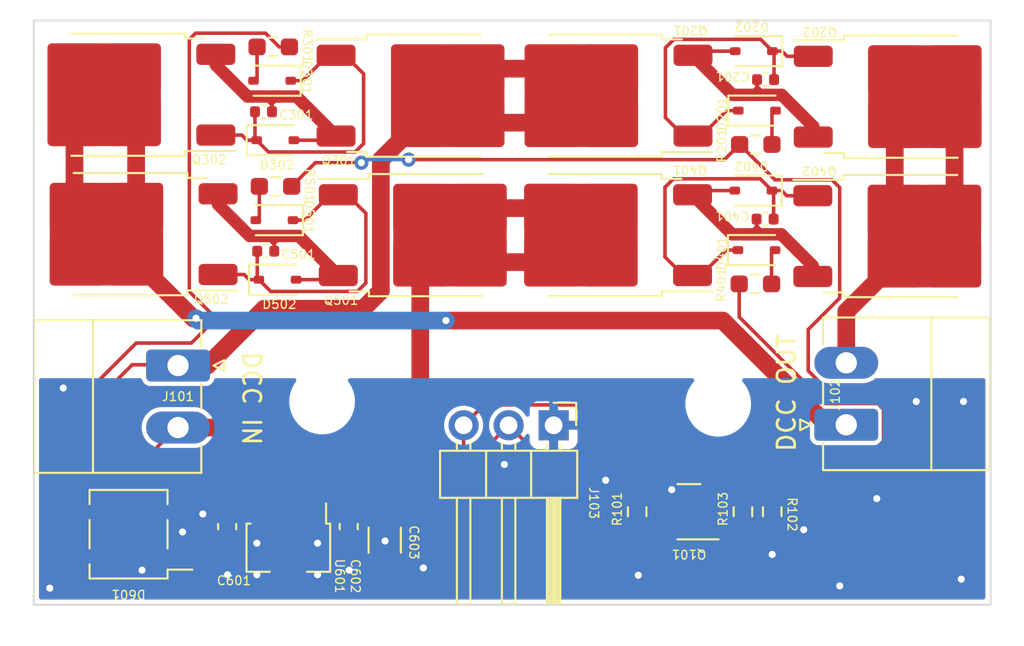
<source format=kicad_pcb>
(kicad_pcb (version 20221018) (generator pcbnew)
  (layers (0 "F.Cu" signal) (31 "B.Cu" signal) (34 "B.Paste" user) (35 "F.Paste" user) (36 "B.SilkS" user "B.Silkscreen") (37 "F.SilkS" user "F.Silkscreen") (38 "B.Mask" user) (39 "F.Mask" user) (44 "Edge.Cuts" user))
  (net 0 "")
  (net 1 "VCC")
  (net 2 "GND")
  (net 3 "+12V")
  (net 4 "Net-(D202-A)")
  (net 5 "Net-(D201-K)")
  (net 6 "Net-(D302-A)")
  (net 7 "Net-(D301-K)")
  (net 8 "Net-(D402-A)")
  (net 9 "Net-(D401-K)")
  (net 10 "Net-(D502-A)")
  (net 11 "Net-(D501-K)")
  (net 12 "/DCC_IN_A")
  (net 13 "/DCC_IN_B")
  (net 14 "Net-(Q101-B)")
  (net 15 "/Mosfets2/GATE")
  (net 16 "/DCC_OUT_B")
  (net 17 "Net-(D201-A)")
  (net 18 "Net-(D301-A)")
  (net 19 "Net-(D401-A)")
  (net 20 "Net-(D501-A)")
  (net 21 "/DCC_OUT_A")
  (net 22 "/Vo")
  (footprint "Capacitor_SMD:C_0402_1005Metric" (layer "F.Cu") (at 113.797 86.343)
    (fp_text reference "C201" (at -1.85 -0.179999 180 unlocked) (layer "F.SilkS") (effects (font (size 0.5 0.5) (thickness 0.075))))
    (fp_text value "100nF")
    (pad "1" smd roundrect (at -0.48 0) (size 0.56 0.62) (layers "F.Cu" "F.Paste" "F.Mask") (net 4 "Net-(D202-A)"))
    (pad "2" smd roundrect (at 0.48 0) (size 0.56 0.62) (layers "F.Cu" "F.Paste" "F.Mask") (net 5 "Net-(D201-K)"))
  )
  (footprint "Package_TO_SOT_SMD:SOT-23" (layer "F.Cu") (at 109.474 110.744 180)
    (fp_text reference "Q101" (at 0 -2.4 180 unlocked) (layer "F.SilkS") (effects (font (size 0.5 0.5) (thickness 0.075))))
    (fp_text value "NPN_TOR")
    (pad "1" smd roundrect (at -0.9375 -0.95 180) (size 1.475 0.6) (layers "F.Cu" "F.Paste" "F.Mask") (net 14 "Net-(Q101-B)"))
    (pad "2" smd roundrect (at -0.9375 0.95 180) (size 1.475 0.6) (layers "F.Cu" "F.Paste" "F.Mask") (net 2 "GND"))
    (pad "3" smd roundrect (at 0.9375 0 180) (size 1.475 0.6) (layers "F.Cu" "F.Paste" "F.Mask") (net 15 "/Mosfets2/GATE"))
  )
  (footprint "Package_TO_SOT_SMD:TO-252-2" (layer "F.Cu") (at 77.736 87.193001 180)
    (fp_text reference "Q302" (at -4.66 -3.669999 unlocked) (layer "F.SilkS") (effects (font (size 0.5 0.5) (thickness 0.075))))
    (fp_text value "MDD50N03D")
    (pad "1" smd roundrect (at -5.04 -2.28 180) (size 2.2 1.2) (layers "F.Cu" "F.Paste" "F.Mask") (roundrect_rratio 0.2083333333) (net 7 "Net-(D301-K)"))
    (pad "2" smd roundrect (at -0.415 -1.525 180) (size 3.05 2.75) (layers "F.Cu" "F.Paste") (roundrect_rratio 0.09090909091) (net 21 "/DCC_OUT_A"))
    (pad "2" smd roundrect (at -0.415 1.525 180) (size 3.05 2.75) (layers "F.Cu" "F.Paste") (roundrect_rratio 0.09090909091) (net 21 "/DCC_OUT_A"))
    (pad "2" smd roundrect (at 1.26 0 180) (size 6.4 5.8) (layers "F.Cu" "F.Mask") (roundrect_rratio 0.04310293103) (net 21 "/DCC_OUT_A"))
    (pad "2" smd roundrect (at 2.935 -1.525 180) (size 3.05 2.75) (layers "F.Cu" "F.Paste") (roundrect_rratio 0.09090909091) (net 21 "/DCC_OUT_A"))
    (pad "2" smd roundrect (at 2.935 1.525 180) (size 3.05 2.75) (layers "F.Cu" "F.Paste") (roundrect_rratio 0.09090909091) (net 21 "/DCC_OUT_A"))
    (pad "3" smd roundrect (at -5.04 2.28 180) (size 2.2 1.2) (layers "F.Cu" "F.Paste" "F.Mask") (roundrect_rratio 0.2083333333) (net 6 "Net-(D302-A)"))
  )
  (footprint "Diode_SMD:D_SOD-323" (layer "F.Cu") (at 86.2555 97.639)
    (fp_text reference "D502" (at 0.1075 1.39 unlocked) (layer "F.SilkS") (effects (font (size 0.5 0.5) (thickness 0.075))))
    (fp_text value "1N4148WS")
    (pad "1" smd roundrect (at -1.05 0) (size 0.6 0.45) (layers "F.Cu" "F.Paste" "F.Mask") (net 11 "Net-(D501-K)"))
    (pad "2" smd roundrect (at 1.05 0) (size 0.6 0.45) (layers "F.Cu" "F.Paste" "F.Mask") (net 10 "Net-(D502-A)"))
  )
  (footprint "Package_TO_SOT_SMD:TO-269AA" (layer "F.Cu") (at 77.851 112.014 180)
    (fp_text reference "D601" (at 0 -3.4 180 unlocked) (layer "F.SilkS") (effects (font (size 0.5 0.5) (thickness 0.075))))
    (fp_text value "MB10S")
    (pad "1" smd rect (at -3.075 -1.27 180) (size 1 0.8) (layers "F.Cu" "F.Paste" "F.Mask") (net 1 "VCC"))
    (pad "2" smd rect (at -3.075 1.27 180) (size 1 0.8) (layers "F.Cu" "F.Paste" "F.Mask") (net 2 "GND"))
    (pad "3" smd rect (at 3.075 1.27 180) (size 1 0.8) (layers "F.Cu" "F.Paste" "F.Mask") (net 12 "/DCC_IN_A"))
    (pad "4" smd rect (at 3.075 -1.27 180) (size 1 0.8) (layers "F.Cu" "F.Paste" "F.Mask") (net 13 "/DCC_IN_B"))
  )
  (footprint "Connector_Phoenix_MC:PhoenixContact_MC_1,5_2-G-3.5_1x02_P3.50mm_Horizontal" (layer "F.Cu") (at 118.3525 105.835 90)
    (fp_text reference "J102" (at 1.695 -0.6235 90 unlocked) (layer "F.SilkS") (effects (font (size 0.5 0.5) (thickness 0.075))))
    (fp_text value "Screw_Terminal_01x02")
    (pad "1" thru_hole roundrect (at 0 0 90) (size 1.8 3.6) (drill 1.2) (layers "*.Cu" "*.Mask") (roundrect_rratio 0.1388888889) (net 21 "/DCC_OUT_A"))
    (pad "2" thru_hole oval (at 3.5 0 90) (size 1.8 3.6) (drill 1.2) (layers "*.Cu" "*.Mask") (net 16 "/DCC_OUT_B"))
  )
  (footprint "Capacitor_SMD:C_1206_3216Metric_Pad1.33x1.80mm_HandSolder" (layer "F.Cu") (at 92.306 112.349 -90)
    (fp_text reference "C603" (at 0.127 -1.651 -90 unlocked) (layer "F.SilkS") (effects (font (size 0.5 0.5) (thickness 0.075))))
    (fp_text value "100uF")
    (pad "1" smd roundrect (at -1.5625 0 270) (size 1.325 1.8) (layers "F.Cu" "F.Paste" "F.Mask") (roundrect_rratio 0.1886792453) (net 3 "+12V"))
    (pad "2" smd roundrect (at 1.5625 0 270) (size 1.325 1.8) (layers "F.Cu" "F.Paste" "F.Mask") (roundrect_rratio 0.1886792453) (net 2 "GND"))
  )
  (footprint "Diode_SMD:D_SOD-323" (layer "F.Cu") (at 113.1105 92.608 180)
    (fp_text reference "D402" (at 0.107499 1.39 180 unlocked) (layer "F.SilkS") (effects (font (size 0.5 0.5) (thickness 0.075))))
    (fp_text value "1N4148WS")
    (pad "1" smd roundrect (at -1.05 0 180) (size 0.6 0.45) (layers "F.Cu" "F.Paste" "F.Mask") (net 9 "Net-(D401-K)"))
    (pad "2" smd roundrect (at 1.05 0 180) (size 0.6 0.45) (layers "F.Cu" "F.Paste" "F.Mask") (net 8 "Net-(D402-A)"))
  )
  (footprint "Diode_SMD:D_SOD-323" (layer "F.Cu") (at 113.3095 88.092999)
    (fp_text reference "D201" (at -1.9625 0.18 90 unlocked) (layer "F.SilkS") (effects (font (size 0.5 0.5) (thickness 0.075))))
    (fp_text value "1N4148WS")
    (pad "1" smd roundrect (at -1.05 0) (size 0.6 0.45) (layers "F.Cu" "F.Paste" "F.Mask") (net 5 "Net-(D201-K)"))
    (pad "2" smd roundrect (at 1.05 0) (size 0.6 0.45) (layers "F.Cu" "F.Paste" "F.Mask") (net 17 "Net-(D201-A)"))
  )
  (footprint "Capacitor_SMD:C_0402_1005Metric" (layer "F.Cu") (at 85.593 96.029 180)
    (fp_text reference "C501" (at -1.85 -0.18 unlocked) (layer "F.SilkS") (effects (font (size 0.5 0.5) (thickness 0.075))))
    (fp_text value "100nF")
    (pad "1" smd roundrect (at -0.48 0 180) (size 0.56 0.62) (layers "F.Cu" "F.Paste" "F.Mask") (net 10 "Net-(D502-A)"))
    (pad "2" smd roundrect (at 0.48 0 180) (size 0.56 0.62) (layers "F.Cu" "F.Paste" "F.Mask") (net 11 "Net-(D501-K)"))
  )
  (footprint "MountingHole:MountingHole_3.2mm_M3" (layer "F.Cu") (at 111.125 104.648)
    (fp_text reference "REF**" hide)
    (fp_text value "MountingHole_3.2mm_M3")
    (pad "" np_thru_hole circle (at 0 0) (size 3.2 3.2) (drill 3.2) (layers "F&B.Cu" "*.Mask"))
  )
  (footprint "Package_TO_SOT_SMD:TO-252-2" (layer "F.Cu") (at 104.638 95.123 180)
    (fp_text reference "Q401" (at -4.885 3.674999 180 unlocked) (layer "F.SilkS") (effects (font (size 0.5 0.5) (thickness 0.075))))
    (fp_text value "MDD50N03D")
    (pad "1" smd roundrect (at -5.04 -2.28 180) (size 2.2 1.2) (layers "F.Cu" "F.Paste" "F.Mask") (roundrect_rratio 0.2083333333) (net 9 "Net-(D401-K)"))
    (pad "2" smd roundrect (at -0.415 -1.525 180) (size 3.05 2.75) (layers "F.Cu" "F.Paste") (roundrect_rratio 0.09090909091) (net 12 "/DCC_IN_A"))
    (pad "2" smd roundrect (at -0.415 1.525 180) (size 3.05 2.75) (layers "F.Cu" "F.Paste") (roundrect_rratio 0.09090909091) (net 12 "/DCC_IN_A"))
    (pad "2" smd roundrect (at 1.26 0 180) (size 6.4 5.8) (layers "F.Cu" "F.Mask") (roundrect_rratio 0.04310293103) (net 12 "/DCC_IN_A"))
    (pad "2" smd roundrect (at 2.935 -1.525 180) (size 3.05 2.75) (layers "F.Cu" "F.Paste") (roundrect_rratio 0.09090909091) (net 12 "/DCC_IN_A"))
    (pad "2" smd roundrect (at 2.935 1.525 180) (size 3.05 2.75) (layers "F.Cu" "F.Paste") (roundrect_rratio 0.09090909091) (net 12 "/DCC_IN_A"))
    (pad "3" smd roundrect (at -5.04 2.28 180) (size 2.2 1.2) (layers "F.Cu" "F.Paste" "F.Mask") (roundrect_rratio 0.2083333333) (net 8 "Net-(D402-A)"))
  )
  (footprint "custom_kicad_lib_sk:R_0603_smalltext" (layer "F.Cu") (at 114.173 110.744 -90)
    (fp_text reference "R102" (at 0.15 -1.125 -90 unlocked) (layer "F.SilkS") (effects (font (size 0.5 0.5) (thickness 0.075))))
    (fp_text value "22k")
    (pad "1" smd roundrect (at -0.9125 0 270) (size 0.975 0.95) (layers "F.Cu" "F.Paste" "F.Mask") (net 22 "/Vo"))
    (pad "2" smd roundrect (at 0.9125 0 270) (size 0.975 0.95) (layers "F.Cu" "F.Paste" "F.Mask") (net 2 "GND"))
  )
  (footprint "Package_TO_SOT_SMD:TO-252-2" (layer "F.Cu") (at 121.503 95.177999)
    (fp_text reference "Q402" (at -4.66 -3.669999 180 unlocked) (layer "F.SilkS") (effects (font (size 0.5 0.5) (thickness 0.075))))
    (fp_text value "MDD50N03D")
    (pad "1" smd roundrect (at -5.04 -2.28) (size 2.2 1.2) (layers "F.Cu" "F.Paste" "F.Mask") (roundrect_rratio 0.2083333333) (net 9 "Net-(D401-K)"))
    (pad "2" smd roundrect (at -0.415 -1.525) (size 3.05 2.75) (layers "F.Cu" "F.Paste") (roundrect_rratio 0.09090909091) (net 16 "/DCC_OUT_B"))
    (pad "2" smd roundrect (at -0.415 1.525) (size 3.05 2.75) (layers "F.Cu" "F.Paste") (roundrect_rratio 0.09090909091) (net 16 "/DCC_OUT_B"))
    (pad "2" smd roundrect (at 1.26 0) (size 6.4 5.8) (layers "F.Cu" "F.Mask") (roundrect_rratio 0.04310293103) (net 16 "/DCC_OUT_B"))
    (pad "2" smd roundrect (at 2.935 -1.525) (size 3.05 2.75) (layers "F.Cu" "F.Paste") (roundrect_rratio 0.09090909091) (net 16 "/DCC_OUT_B"))
    (pad "2" smd roundrect (at 2.935 1.525) (size 3.05 2.75) (layers "F.Cu" "F.Paste") (roundrect_rratio 0.09090909091) (net 16 "/DCC_OUT_B"))
    (pad "3" smd roundrect (at -5.04 2.28) (size 2.2 1.2) (layers "F.Cu" "F.Paste" "F.Mask") (roundrect_rratio 0.2083333333) (net 8 "Net-(D402-A)"))
  )
  (footprint "Diode_SMD:D_SOD-323" (layer "F.Cu") (at 113.1345 84.733 180)
    (fp_text reference "D202" (at 0.107499 1.39 180 unlocked) (layer "F.SilkS") (effects (font (size 0.5 0.5) (thickness 0.075))))
    (fp_text value "1N4148WS")
    (pad "1" smd roundrect (at -1.05 0 180) (size 0.6 0.45) (layers "F.Cu" "F.Paste" "F.Mask") (net 5 "Net-(D201-K)"))
    (pad "2" smd roundrect (at 1.05 0 180) (size 0.6 0.45) (layers "F.Cu" "F.Paste" "F.Mask") (net 4 "Net-(D202-A)"))
  )
  (footprint "Package_TO_SOT_SMD:SOT-89-3" (layer "F.Cu") (at 86.868 112.776 -90)
    (fp_text reference "U601" (at 1.605 -2.898 -90 unlocked) (layer "F.SilkS") (effects (font (size 0.5 0.5) (thickness 0.075))))
    (fp_text value "L78L12_SOT89")
    (pad "1" smd rect (at -1.95 -1.5 270) (size 1.3 0.9) (layers "F.Cu" "F.Paste" "F.Mask") (net 3 "+12V"))
    (pad "2" smd custom (at -1.8625 0 270) (size 1.475 0.9) (layers "F.Cu" "F.Paste" "F.Mask") (net 2 "GND") (options (clearance outline) (anchor rect)) (primitives (gr_poly (pts (xy 3.8625 0.8665) (xy 0.7375 0.8665) (xy 0.7375 -0.8665) (xy 3.8625 -0.8665)) (width 0) (fill yes))))
    (pad "3" smd rect (at -1.95 1.5 270) (size 1.3 0.9) (layers "F.Cu" "F.Paste" "F.Mask") (net 1 "VCC"))
  )
  (footprint "Package_TO_SOT_SMD:TO-252-2" (layer "F.Cu") (at 94.728 95.124)
    (fp_text reference "Q501" (at -4.885 3.675 unlocked) (layer "F.SilkS") (effects (font (size 0.5 0.5) (thickness 0.075))))
    (fp_text value "MDD50N03D")
    (pad "1" smd roundrect (at -5.04 -2.28) (size 2.2 1.2) (layers "F.Cu" "F.Paste" "F.Mask") (roundrect_rratio 0.2083333333) (net 11 "Net-(D501-K)"))
    (pad "2" smd roundrect (at -0.415 -1.525) (size 3.05 2.75) (layers "F.Cu" "F.Paste") (roundrect_rratio 0.09090909091) (net 12 "/DCC_IN_A"))
    (pad "2" smd roundrect (at -0.415 1.525) (size 3.05 2.75) (layers "F.Cu" "F.Paste") (roundrect_rratio 0.09090909091) (net 12 "/DCC_IN_A"))
    (pad "2" smd roundrect (at 1.26 0) (size 6.4 5.8) (layers "F.Cu" "F.Mask") (roundrect_rratio 0.04310293103) (net 12 "/DCC_IN_A"))
    (pad "2" smd roundrect (at 2.935 -1.525) (size 3.05 2.75) (layers "F.Cu" "F.Paste") (roundrect_rratio 0.09090909091) (net 12 "/DCC_IN_A"))
    (pad "2" smd roundrect (at 2.935 1.525) (size 3.05 2.75) (layers "F.Cu" "F.Paste") (roundrect_rratio 0.09090909091) (net 12 "/DCC_IN_A"))
    (pad "3" smd roundrect (at -5.04 2.28) (size 2.2 1.2) (layers "F.Cu" "F.Paste" "F.Mask") (roundrect_rratio 0.2083333333) (net 10 "Net-(D502-A)"))
  )
  (footprint "Connector_PinHeader_2.54mm:PinHeader_1x03_P2.54mm_Horizontal" (layer "F.Cu") (at 101.839 105.861 -90)
    (fp_text reference "J103" (at 4.385 -2.27 -90 unlocked) (layer "F.SilkS") (effects (font (size 0.5 0.5) (thickness 0.075))))
    (fp_text value "Conn_01x03_Pin")
    (pad "1" thru_hole rect (at 0 0 270) (size 1.7 1.7) (drill 1) (layers "*.Cu" "*.Mask") (net 2 "GND"))
    (pad "2" thru_hole oval (at 0 2.54 270) (size 1.7 1.7) (drill 1) (layers "*.Cu" "*.Mask") (net 3 "+12V"))
    (pad "3" thru_hole oval (at 0 5.08 270) (size 1.7 1.7) (drill 1) (layers "*.Cu" "*.Mask") (net 22 "/Vo"))
  )
  (footprint "custom_kicad_lib_sk:R_0603_smalltext" (layer "F.Cu") (at 113.223 97.877999)
    (fp_text reference "R401" (at -1.92 0.05 90 unlocked) (layer "F.SilkS") (effects (font (size 0.5 0.5) (thickness 0.075))))
    (fp_text value "100R")
    (pad "1" smd roundrect (at -0.9125 0) (size 0.975 0.95) (layers "F.Cu" "F.Paste" "F.Mask") (net 22 "/Vo"))
    (pad "2" smd roundrect (at 0.9125 0) (size 0.975 0.95) (layers "F.Cu" "F.Paste" "F.Mask") (net 19 "Net-(D401-A)"))
  )
  (footprint "Connector_Phoenix_MC:PhoenixContact_MC_1,5_2-G-3.5_1x02_P3.50mm_Horizontal" (layer "F.Cu") (at 80.645 102.489 -90)
    (fp_text reference "J101" (at 1.75 0 unlocked) (layer "F.SilkS") (effects (font (size 0.5 0.5) (thickness 0.075))))
    (fp_text value "Screw_Terminal_01x02")
    (pad "1" thru_hole roundrect (at 0 0 270) (size 1.8 3.6) (drill 1.2) (layers "*.Cu" "*.Mask") (roundrect_rratio 0.1388888889) (net 13 "/DCC_IN_B"))
    (pad "2" thru_hole oval (at 3.5 0 270) (size 1.8 3.6) (drill 1.2) (layers "*.Cu" "*.Mask") (net 12 "/DCC_IN_A"))
  )
  (footprint "Package_TO_SOT_SMD:TO-252-2" (layer "F.Cu") (at 104.662 87.248 180)
    (fp_text reference "Q201" (at -4.885 3.674999 180 unlocked) (layer "F.SilkS") (effects (font (size 0.5 0.5) (thickness 0.075))))
    (fp_text value "MDD50N03D")
    (pad "1" smd roundrect (at -5.04 -2.28 180) (size 2.2 1.2) (layers "F.Cu" "F.Paste" "F.Mask") (roundrect_rratio 0.2083333333) (net 5 "Net-(D201-K)"))
    (pad "2" smd roundrect (at -0.415 -1.525 180) (size 3.05 2.75) (layers "F.Cu" "F.Paste") (roundrect_rratio 0.09090909091) (net 13 "/DCC_IN_B"))
    (pad "2" smd roundrect (at -0.415 1.525 180) (size 3.05 2.75) (layers "F.Cu" "F.Paste") (roundrect_rratio 0.09090909091) (net 13 "/DCC_IN_B"))
    (pad "2" smd roundrect (at 1.26 0 180) (size 6.4 5.8) (layers "F.Cu" "F.Mask") (roundrect_rratio 0.04310293103) (net 13 "/DCC_IN_B"))
    (pad "2" smd roundrect (at 2.935 -1.525 180) (size 3.05 2.75) (layers "F.Cu" "F.Paste") (roundrect_rratio 0.09090909091) (net 13 "/DCC_IN_B"))
    (pad "2" smd roundrect (at 2.935 1.525 180) (size 3.05 2.75) (layers "F.Cu" "F.Paste") (roundrect_rratio 0.09090909091) (net 13 "/DCC_IN_B"))
    (pad "3" smd roundrect (at -5.04 2.28 180) (size 2.2 1.2) (layers "F.Cu" "F.Paste" "F.Mask") (roundrect_rratio 0.2083333333) (net 4 "Net-(D202-A)"))
  )
  (footprint "Diode_SMD:D_SOD-323" (layer "F.Cu") (at 85.9535 86.403001 180)
    (fp_text reference "D301" (at -1.9625 0.18 270 unlocked) (layer "F.SilkS") (effects (font (size 0.5 0.5) (thickness 0.075))))
    (fp_text value "1N4148WS")
    (pad "1" smd roundrect (at -1.05 0 180) (size 0.6 0.45) (layers "F.Cu" "F.Paste" "F.Mask") (net 7 "Net-(D301-K)"))
    (pad "2" smd roundrect (at 1.05 0 180) (size 0.6 0.45) (layers "F.Cu" "F.Paste" "F.Mask") (net 18 "Net-(D301-A)"))
  )
  (footprint "Capacitor_SMD:C_0603_1608Metric_Pad1.08x0.95mm_HandSolder" (layer "F.Cu") (at 90.274 111.587 -90)
    (fp_text reference "C602" (at 2.794 -0.381 -90 unlocked) (layer "F.SilkS") (effects (font (size 0.5 0.5) (thickness 0.075))))
    (fp_text value "100nF")
    (pad "1" smd roundrect (at -0.8625 0 270) (size 1.075 0.95) (layers "F.Cu" "F.Paste" "F.Mask") (net 3 "+12V"))
    (pad "2" smd roundrect (at 0.8625 0 270) (size 1.075 0.95) (layers "F.Cu" "F.Paste" "F.Mask") (net 2 "GND"))
  )
  (footprint "Diode_SMD:D_SOD-323" (layer "F.Cu") (at 86.1285 89.763)
    (fp_text reference "D302" (at 0.107499 1.39 unlocked) (layer "F.SilkS") (effects (font (size 0.5 0.5) (thickness 0.075))))
    (fp_text value "1N4148WS")
    (pad "1" smd roundrect (at -1.05 0) (size 0.6 0.45) (layers "F.Cu" "F.Paste" "F.Mask") (net 7 "Net-(D301-K)"))
    (pad "2" smd roundrect (at 1.05 0) (size 0.6 0.45) (layers "F.Cu" "F.Paste" "F.Mask") (net 6 "Net-(D302-A)"))
  )
  (footprint "custom_kicad_lib_sk:R_0603_smalltext" (layer "F.Cu") (at 106.553 110.744 90)
    (fp_text reference "R101" (at 0.15 -1.125 90 unlocked) (layer "F.SilkS") (effects (font (size 0.5 0.5) (thickness 0.075))))
    (fp_text value "22k")
    (pad "1" smd roundrect (at -0.9125 0 90) (size 0.975 0.95) (layers "F.Cu" "F.Paste" "F.Mask") (net 3 "+12V"))
    (pad "2" smd roundrect (at 0.9125 0 90) (size 0.975 0.95) (layers "F.Cu" "F.Paste" "F.Mask") (net 15 "/Mosfets2/GATE"))
  )
  (footprint "Package_TO_SOT_SMD:TO-252-2" (layer "F.Cu") (at 77.863 95.069 180)
    (fp_text reference "Q502" (at -4.66 -3.67 unlocked) (layer "F.SilkS") (effects (font (size 0.5 0.5) (thickness 0.075))))
    (fp_text value "MDD50N03D")
    (pad "1" smd roundrect (at -5.04 -2.28 180) (size 2.2 1.2) (layers "F.Cu" "F.Paste" "F.Mask") (roundrect_rratio 0.2083333333) (net 11 "Net-(D501-K)"))
    (pad "2" smd roundrect (at -0.415 -1.525 180) (size 3.05 2.75) (layers "F.Cu" "F.Paste") (roundrect_rratio 0.09090909091) (net 21 "/DCC_OUT_A"))
    (pad "2" smd roundrect (at -0.415 1.525 180) (size 3.05 2.75) (layers "F.Cu" "F.Paste") (roundrect_rratio 0.09090909091) (net 21 "/DCC_OUT_A"))
    (pad "2" smd roundrect (at 1.26 0 180) (size 6.4 5.8) (layers "F.Cu" "F.Mask") (roundrect_rratio 0.04310293103) (net 21 "/DCC_OUT_A"))
    (pad "2" smd roundrect (at 2.935 -1.525 180) (size 3.05 2.75) (layers "F.Cu" "F.Paste") (roundrect_rratio 0.09090909091) (net 21 "/DCC_OUT_A"))
    (pad "2" smd roundrect (at 2.935 1.525 180) (size 3.05 2.75) (layers "F.Cu" "F.Paste") (roundrect_rratio 0.09090909091) (net 21 "/DCC_OUT_A"))
    (pad "3" smd roundrect (at -5.04 2.28 180) (size 2.2 1.2) (layers "F.Cu" "F.Paste" "F.Mask") (roundrect_rratio 0.2083333333) (net 10 "Net-(D502-A)"))
  )
  (footprint "Capacitor_SMD:C_0402_1005Metric" (layer "F.Cu") (at 113.773 94.218)
    (fp_text reference "C401" (at -1.85 -0.179999 180 unlocked) (layer "F.SilkS") (effects (font (size 0.5 0.5) (thickness 0.075))))
    (fp_text value "100nF")
    (pad "1" smd roundrect (at -0.48 0) (size 0.56 0.62) (layers "F.Cu" "F.Paste" "F.Mask") (net 8 "Net-(D402-A)"))
    (pad "2" smd roundrect (at 0.48 0) (size 0.56 0.62) (layers "F.Cu" "F.Paste" "F.Mask") (net 9 "Net-(D401-K)"))
  )
  (footprint "custom_kicad_lib_sk:R_0603_smalltext" (layer "F.Cu") (at 86.016 84.493001 180)
    (fp_text reference "R301" (at -1.92 0.05 270 unlocked) (layer "F.SilkS") (effects (font (size 0.5 0.5) (thickness 0.075))))
    (fp_text value "100R")
    (pad "1" smd roundrect (at -0.9125 0 180) (size 0.975 0.95) (layers "F.Cu" "F.Paste" "F.Mask") (net 22 "/Vo"))
    (pad "2" smd roundrect (at 0.9125 0 180) (size 0.975 0.95) (layers "F.Cu" "F.Paste" "F.Mask") (net 18 "Net-(D301-A)"))
  )
  (footprint "custom_kicad_lib_sk:R_0603_smalltext" (layer "F.Cu") (at 113.247 90.002999)
    (fp_text reference "R201" (at -1.92 0.05 90 unlocked) (layer "F.SilkS") (effects (font (size 0.5 0.5) (thickness 0.075))))
    (fp_text value "100R")
    (pad "1" smd roundrect (at -0.9125 0) (size 0.975 0.95) (layers "F.Cu" "F.Paste" "F.Mask") (net 15 "/Mosfets2/GATE"))
    (pad "2" smd roundrect (at 0.9125 0) (size 0.975 0.95) (layers "F.Cu" "F.Paste" "F.Mask") (net 17 "Net-(D201-A)"))
  )
  (footprint "Diode_SMD:D_SOD-323" (layer "F.Cu") (at 113.2855 95.967999)
    (fp_text reference "D401" (at -1.9625 0.18 90 unlocked) (layer "F.SilkS") (effects (font (size 0.5 0.5) (thickness 0.075))))
    (fp_text value "1N4148WS")
    (pad "1" smd roundrect (at -1.05 0) (size 0.6 0.45) (layers "F.Cu" "F.Paste" "F.Mask") (net 9 "Net-(D401-K)"))
    (pad "2" smd roundrect (at 1.05 0) (size 0.6 0.45) (layers "F.Cu" "F.Paste" "F.Mask") (net 19 "Net-(D401-A)"))
  )
  (footprint "Capacitor_SMD:C_0402_1005Metric" (layer "F.Cu") (at 85.466 88.153 180)
    (fp_text reference "C301" (at -1.85 -0.179999 unlocked) (layer "F.SilkS") (effects (font (size 0.5 0.5) (thickness 0.075))))
    (fp_text value "100nF")
    (pad "1" smd roundrect (at -0.48 0 180) (size 0.56 0.62) (layers "F.Cu" "F.Paste" "F.Mask") (net 6 "Net-(D302-A)"))
    (pad "2" smd roundrect (at 0.48 0 180) (size 0.56 0.62) (layers "F.Cu" "F.Paste" "F.Mask") (net 7 "Net-(D301-K)"))
  )
  (footprint "MountingHole:MountingHole_3.2mm_M3" (layer "F.Cu") (at 88.773 104.521)
    (fp_text reference "REF**" hide)
    (fp_text value "MountingHole_3.2mm_M3")
    (pad "" np_thru_hole circle (at 0 0) (size 3.2 3.2) (drill 3.2) (layers "*.Cu" "*.Mask"))
  )
  (footprint "custom_kicad_lib_sk:R_0603_smalltext" (layer "F.Cu") (at 112.522 110.744 90)
    (fp_text reference "R103" (at 0.15 -1.125 90 unlocked) (layer "F.SilkS") (effects (font (size 0.5 0.5) (thickness 0.075))))
    (fp_text value "2k2")
    (pad "1" smd roundrect (at -0.9125 0 90) (size 0.975 0.95) (layers "F.Cu" "F.Paste" "F.Mask") (net 14 "Net-(Q101-B)"))
    (pad "2" smd roundrect (at 0.9125 0 90) (size 0.975 0.95) (layers "F.Cu" "F.Paste" "F.Mask") (net 22 "/Vo"))
  )
  (footprint "Capacitor_SMD:C_0603_1608Metric_Pad1.08x0.95mm_HandSolder" (layer "F.Cu") (at 83.416 111.587 -90)
    (fp_text reference "C601" (at 3.048 -0.381 unlocked) (layer "F.SilkS") (effects (font (size 0.5 0.5) (thickness 0.075))))
    (fp_text value "330nF")
    (pad "1" smd roundrect (at -0.8625 0 270) (size 1.075 0.95) (layers "F.Cu" "F.Paste" "F.Mask") (net 1 "VCC"))
    (pad "2" smd roundrect (at 0.8625 0 270) (size 1.075 0.95) (layers "F.Cu" "F.Paste" "F.Mask") (net 2 "GND"))
  )
  (footprint "Diode_SMD:D_SOD-323" (layer "F.Cu") (at 86.0805 94.279 180)
    (fp_text reference "D501" (at -1.9625 0.18 270 unlocked) (layer "F.SilkS") (effects (font (size 0.5 0.5) (thickness 0.075))))
    (fp_text value "1N4148WS")
    (pad "1" smd roundrect (at -1.05 0 180) (size 0.6 0.45) (layers "F.Cu" "F.Paste" "F.Mask") (net 11 "Net-(D501-K)"))
    (pad "2" smd roundrect (at 1.05 0 180) (size 0.6 0.45) (layers "F.Cu" "F.Paste" "F.Mask") (net 20 "Net-(D501-A)"))
  )
  (footprint "Package_TO_SOT_SMD:TO-252-2" (layer "F.Cu") (at 121.527 87.302999)
    (fp_text reference "Q202" (at -4.66 -3.669999 180 unlocked) (layer "F.SilkS") (effects (font (size 0.5 0.5) (thickness 0.075))))
    (fp_text value "MDD50N03D")
    (pad "1" smd roundrect (at -5.04 -2.28) (size 2.2 1.2) (layers "F.Cu" "F.Paste" "F.Mask") (roundrect_rratio 0.2083333333) (net 5 "Net-(D201-K)"))
    (pad "2" smd roundrect (at -0.415 -1.525) (size 3.05 2.75) (layers "F.Cu" "F.Paste") (roundrect_rratio 0.09090909091) (net 16 "/DCC_OUT_B"))
    (pad "2" smd roundrect (at -0.415 1.525) (size 3.05 2.75) (layers "F.Cu" "F.Paste") (roundrect_rratio 0.09090909091) (net 16 "/DCC_OUT_B"))
    (pad "2" smd roundrect (at 1.26 0) (size 6.4 5.8) (layers "F.Cu" "F.Mask") (roundrect_rratio 0.04310293103) (net 16 "/DCC_OUT_B"))
    (pad "2" smd roundrect (at 2.935 -1.525) (size 3.05 2.75) (layers "F.Cu" "F.Paste") (roundrect_rratio 0.09090909091) (net 16 "/DCC_OUT_B"))
    (pad "2" smd roundrect (at 2.935 1.525) (size 3.05 2.75) (layers "F.Cu" "F.Paste") (roundrect_rratio 0.09090909091) (net 16 "/DCC_OUT_B"))
    (pad "3" smd roundrect (at -5.04 2.28) (size 2.2 1.2) (layers "F.Cu" "F.Paste" "F.Mask") (roundrect_rratio 0.2083333333) (net 4 "Net-(D202-A)"))
  )
  (footprint "Package_TO_SOT_SMD:TO-252-2" (layer "F.Cu") (at 94.601 87.248)
    (fp_text reference "Q301" (at -4.885 3.674999 unlocked) (layer "F.SilkS") (effects (font (size 0.5 0.5) (thickness 0.075))))
    (fp_text value "MDD50N03D")
    (pad "1" smd roundrect (at -5.04 -2.28) (size 2.2 1.2) (layers "F.Cu" "F.Paste" "F.Mask") (roundrect_rratio 0.2083333333) (net 7 "Net-(D301-K)"))
    (pad "2" smd roundrect (at -0.415 -1.525) (size 3.05 2.75) (layers "F.Cu" "F.Paste") (roundrect_rratio 0.09090909091) (net 13 "/DCC_IN_B"))
    (pad "2" smd roundrect (at -0.415 1.525) (size 3.05 2.75) (layers "F.Cu" "F.Paste") (roundrect_rratio 0.09090909091) (net 13 "/DCC_IN_B"))
    (pad "2" smd roundrect (at 1.26 0) (size 6.4 5.8) (layers "F.Cu" "F.Mask") (roundrect_rratio 0.04310293103) (net 13 "/DCC_IN_B"))
    (pad "2" smd roundrect (at 2.935 -1.525) (size 3.05 2.75) (layers "F.Cu" "F.Paste") (roundrect_rratio 0.09090909091) (net 13 "/DCC_IN_B"))
    (pad "2" smd roundrect (at 2.935 1.525) (size 3.05 2.75) (layers "F.Cu" "F.Paste") (roundrect_rratio 0.09090909091) (net 13 "/DCC_IN_B"))
    (pad "3" smd roundrect (at -5.04 2.28) (size 2.2 1.2) (layers "F.Cu" "F.Paste" "F.Mask") (roundrect_rratio 0.2083333333) (net 6 "Net-(D302-A)"))
  )
  (footprint "custom_kicad_lib_sk:R_0603_smalltext" (layer "F.Cu") (at 86.143 92.369 180)
    (fp_text reference "R501" (at -1.92 0.05 270 unlocked) (layer "F.SilkS") (effects (font (size 0.5 0.5) (thickness 0.075))))
    (fp_text value "100R")
    (pad "1" smd roundrect (at -0.9125 0 180) (size 0.975 0.95) (layers "F.Cu" "F.Paste" "F.Mask") (net 15 "/Mosfets2/GATE"))
    (pad "2" smd roundrect (at 0.9125 0 180) (size 0.975 0.95) (layers "F.Cu" "F.Paste" "F.Mask") (net 20 "Net-(D501-A)"))
  )
  (gr_rect (start 72.5 83) (end 126.5 116) (stroke (width 0.1)) (fill none) (layer "Edge.Cuts"))
  (gr_text "DCC OUT" (at 115.57 107.442 90) (layer "F.SilkS") (effects (font (size 1 1)) (justify left bottom)))
  (gr_text "DCC IN" (at 84.201 101.6 -90) (layer "F.SilkS") (effects (font (size 1 1)) (justify left bottom)))
  (segment (start 80.188 109.982) (end 80.01 110.16) (width 0.2) (layer "F.Cu") (net 1))
  (segment (start 85.368 110.826) (end 83.5175 110.826) (width 0.2) (layer "F.Cu") (net 1))
  (segment (start 80.01 112.368) (end 80.926 113.284) (width 0.2) (layer "F.Cu") (net 1))
  (segment (start 83.5175 110.826) (end 83.416 110.7245) (width 0.2) (layer "F.Cu") (net 1))
  (segment (start 83.416 110.7245) (end 82.6735 109.982) (width 0.2) (layer "F.Cu") (net 1))
  (segment (start 80.01 110.16) (end 80.01 112.368) (width 0.2) (layer "F.Cu") (net 1))
  (segment (start 82.6735 109.982) (end 80.188 109.982) (width 0.2) (layer "F.Cu") (net 1))
  (via (at 106.615007 114.331113) (size 0.8) (drill 0.4) (layers "F.Cu" "B.Cu") (net 2))
  (via (at 104.775 108.966) (size 0.8) (drill 0.4) (layers "F.Cu" "B.Cu") (net 2))
  (via (at 108.5 109.5) (size 0.8) (drill 0.4) (layers "F.Cu" "B.Cu") (net 2))
  (via (at 117.983 114.935) (size 0.8) (drill 0.4) (layers "F.Cu" "B.Cu") (net 2))
  (via (at 120.074145 110.003745) (size 0.8) (drill 0.4) (layers "F.Cu" "B.Cu") (net 2))
  (via (at 88.519 114.3) (size 0.8) (drill 0.4) (layers "F.Cu" "B.Cu") (net 2))
  (via (at 114.173 113.157) (size 0.8) (drill 0.4) (layers "F.Cu" "B.Cu") (net 2))
  (via (at 85.09 114.3) (size 0.8) (drill 0.4) (layers "F.Cu" "B.Cu") (net 2))
  (via (at 92.329 112.395) (size 0.8) (drill 0.4) (layers "F.Cu" "B.Cu") (net 2))
  (via (at 115.951 111.76) (size 0.8) (drill 0.4) (layers "F.Cu" "B.Cu") (net 2))
  (via (at 80.899 111.887) (size 0.8) (drill 0.4) (layers "F.Cu" "B.Cu") (net 2))
  (via (at 74.168 103.759) (size 0.8) (drill 0.4) (layers "F.Cu" "B.Cu") (net 2))
  (via (at 99.06 108.077) (size 0.8) (drill 0.4) (layers "F.Cu" "B.Cu") (net 2))
  (via (at 78.613 114.046) (size 0.8) (drill 0.4) (layers "F.Cu" "B.Cu") (net 2))
  (via (at 124.841 114.554) (size 0.8) (drill 0.4) (layers "F.Cu" "B.Cu") (net 2))
  (via (at 94.488 113.919) (size 0.8) (drill 0.4) (layers "F.Cu" "B.Cu") (net 2))
  (via (at 88.519 112.522) (size 0.8) (drill 0.4) (layers "F.Cu" "B.Cu") (net 2))
  (via (at 82.042 110.871) (size 0.8) (drill 0.4) (layers "F.Cu" "B.Cu") (net 2))
  (via (at 85.09 112.522) (size 0.8) (drill 0.4) (layers "F.Cu" "B.Cu") (net 2))
  (via (at 90.297 114.046) (size 0.8) (drill 0.4) (layers "F.Cu" "B.Cu") (net 2))
  (via (at 73.406 115.062) (size 0.8) (drill 0.4) (layers "F.Cu" "B.Cu") (net 2))
  (via (at 83.439 114.3) (size 0.8) (drill 0.4) (layers "F.Cu" "B.Cu") (net 2))
  (via (at 122.301 104.521) (size 0.8) (drill 0.4) (layers "F.Cu" "B.Cu") (net 2))
  (via (at 124.968 104.521) (size 0.8) (drill 0.4) (layers "F.Cu" "B.Cu") (net 2))
  (segment (start 92.2665 110.826) (end 92.306 110.7865) (width 0.2) (layer "F.Cu") (net 3))
  (segment (start 88.368 110.826) (end 92.2665 110.826) (width 0.2) (layer "F.Cu") (net 3))
  (segment (start 106.553 111.6565) (end 105.0945 111.6565) (width 0.2) (layer "F.Cu") (net 3))
  (segment (start 105.0945 111.6565) (end 99.299 105.861) (width 0.2) (layer "F.Cu") (net 3))
  (segment (start 94.3735 110.7865) (end 92.306 110.7865) (width 0.2) (layer "F.Cu") (net 3))
  (segment (start 99.299 105.861) (end 94.3735 110.7865) (width 0.2) (layer "F.Cu") (net 3))
  (segment (start 114.706416 87.202999) (end 113.797 87.202999) (width 0.7) (layer "F.Cu") (net 4))
  (segment (start 116.487 89.582999) (end 116.487 88.983583) (width 0.7) (layer "F.Cu") (net 4))
  (segment (start 113.317 86.772999) (end 112.887 87.202999) (width 0.2) (layer "F.Cu") (net 4))
  (segment (start 116.487 88.983583) (end 114.706416 87.202999) (width 0.7) (layer "F.Cu") (net 4))
  (segment (start 109.937 84.732999) (end 109.702 84.967999) (width 0.2) (layer "F.Cu") (net 4))
  (segment (start 113.797 87.202999) (end 112.887 87.202999) (width 0.7) (layer "F.Cu") (net 4))
  (segment (start 113.317 86.722999) (end 113.797 87.202999) (width 0.2) (layer "F.Cu") (net 4))
  (segment (start 113.317 86.342999) (end 113.317 86.722999) (width 0.2) (layer "F.Cu") (net 4))
  (segment (start 111.937 87.202999) (end 109.702 84.967999) (width 0.7) (layer "F.Cu") (net 4))
  (segment (start 112.887 87.202999) (end 111.937 87.202999) (width 0.7) (layer "F.Cu") (net 4))
  (segment (start 113.317 86.722999) (end 113.317 86.772999) (width 0.2) (layer "F.Cu") (net 4))
  (segment (start 112.0845 84.732999) (end 109.937 84.732999) (width 0.2) (layer "F.Cu") (net 4))
  (segment (start 110.162 89.527999) (end 109.702 89.527999) (width 0.2) (layer "F.Cu") (net 5))
  (segment (start 111.597 88.092999) (end 110.162 89.527999) (width 0.2) (layer "F.Cu") (net 5))
  (segment (start 114.1845 84.732999) (end 114.727 84.732999) (width 0.2) (layer "F.Cu") (net 5))
  (segment (start 112.2595 88.092999) (end 111.597 88.092999) (width 0.2) (layer "F.Cu") (net 5))
  (segment (start 113.5195 84.067999) (end 108.624183 84.067999) (width 0.2) (layer "F.Cu") (net 5))
  (segment (start 109.192 89.527999) (end 109.702 89.527999) (width 0.2) (layer "F.Cu") (net 5))
  (segment (start 108.624183 84.067999) (end 108.147 84.545182) (width 0.2) (layer "F.Cu") (net 5))
  (segment (start 114.277 86.342999) (end 114.277 84.825499) (width 0.2) (layer "F.Cu") (net 5))
  (segment (start 114.1845 84.732999) (end 113.5195 84.067999) (width 0.2) (layer "F.Cu") (net 5))
  (segment (start 114.727 84.732999) (end 115.017 85.022999) (width 0.2) (layer "F.Cu") (net 5))
  (segment (start 108.147 88.482999) (end 109.192 89.527999) (width 0.2) (layer "F.Cu") (net 5))
  (segment (start 115.017 85.022999) (end 116.487 85.022999) (width 0.2) (layer "F.Cu") (net 5))
  (segment (start 108.147 84.545182) (end 108.147 88.482999) (width 0.2) (layer "F.Cu") (net 5))
  (segment (start 114.277 84.825499) (end 114.1845 84.732999) (width 0.2) (layer "F.Cu") (net 5))
  (segment (start 87.326 87.293001) (end 89.561 89.528001) (width 0.7) (layer "F.Cu") (net 6))
  (segment (start 87.1785 89.763001) (end 89.326 89.763001) (width 0.2) (layer "F.Cu") (net 6))
  (segment (start 85.466 87.293001) (end 86.376 87.293001) (width 0.7) (layer "F.Cu") (net 6))
  (segment (start 84.556584 87.293001) (end 85.466 87.293001) (width 0.7) (layer "F.Cu") (net 6))
  (segment (start 82.776 85.512417) (end 84.556584 87.293001) (width 0.7) (layer "F.Cu") (net 6))
  (segment (start 85.946 88.153001) (end 85.946 87.773001) (width 0.2) (layer "F.Cu") (net 6))
  (segment (start 86.376 87.293001) (end 87.326 87.293001) (width 0.7) (layer "F.Cu") (net 6))
  (segment (start 82.776 84.913001) (end 82.776 85.512417) (width 0.7) (layer "F.Cu") (net 6))
  (segment (start 85.946 87.723001) (end 86.376 87.293001) (width 0.2) (layer "F.Cu") (net 6))
  (segment (start 85.946 87.773001) (end 85.946 87.723001) (width 0.2) (layer "F.Cu") (net 6))
  (segment (start 89.326 89.763001) (end 89.561 89.528001) (width 0.2) (layer "F.Cu") (net 6))
  (segment (start 85.946 87.773001) (end 85.466 87.293001) (width 0.2) (layer "F.Cu") (net 6))
  (segment (start 84.986 89.670501) (end 85.0785 89.763001) (width 0.2) (layer "F.Cu") (net 7))
  (segment (start 85.7435 90.428001) (end 90.638817 90.428001) (width 0.2) (layer "F.Cu") (net 7))
  (segment (start 91.116 86.013001) (end 90.071 84.968001) (width 0.2) (layer "F.Cu") (net 7))
  (segment (start 90.638817 90.428001) (end 91.116 89.950818) (width 0.2) (layer "F.Cu") (net 7))
  (segment (start 84.986 88.153001) (end 84.986 89.670501) (width 0.2) (layer "F.Cu") (net 7))
  (segment (start 84.536 89.763001) (end 84.246 89.473001) (width 0.2) (layer "F.Cu") (net 7))
  (segment (start 90.071 84.968001) (end 89.561 84.968001) (width 0.2) (layer "F.Cu") (net 7))
  (segment (start 87.0035 86.403001) (end 87.666 86.403001) (width 0.2) (layer "F.Cu") (net 7))
  (segment (start 85.0785 89.763001) (end 84.536 89.763001) (width 0.2) (layer "F.Cu") (net 7))
  (segment (start 89.101 84.968001) (end 89.561 84.968001) (width 0.2) (layer "F.Cu") (net 7))
  (segment (start 84.246 89.473001) (end 82.776 89.473001) (width 0.2) (layer "F.Cu") (net 7))
  (segment (start 91.116 89.950818) (end 91.116 86.013001) (width 0.2) (layer "F.Cu") (net 7))
  (segment (start 85.0785 89.763001) (end 85.7435 90.428001) (width 0.2) (layer "F.Cu") (net 7))
  (segment (start 87.666 86.403001) (end 89.101 84.968001) (width 0.2) (layer "F.Cu") (net 7))
  (segment (start 112.0605 92.607999) (end 109.913 92.607999) (width 0.2) (layer "F.Cu") (net 8))
  (segment (start 113.293 94.217999) (end 113.293 94.597999) (width 0.2) (layer "F.Cu") (net 8))
  (segment (start 113.293 94.597999) (end 113.293 94.647999) (width 0.2) (layer "F.Cu") (net 8))
  (segment (start 113.773 95.077999) (end 112.863 95.077999) (width 0.7) (layer "F.Cu") (net 8))
  (segment (start 112.863 95.077999) (end 111.913 95.077999) (width 0.7) (layer "F.Cu") (net 8))
  (segment (start 113.293 94.647999) (end 112.863 95.077999) (width 0.2) (layer "F.Cu") (net 8))
  (segment (start 116.463 96.858583) (end 114.682416 95.077999) (width 0.7) (layer "F.Cu") (net 8))
  (segment (start 113.293 94.597999) (end 113.773 95.077999) (width 0.2) (layer "F.Cu") (net 8))
  (segment (start 111.913 95.077999) (end 109.678 92.842999) (width 0.7) (layer "F.Cu") (net 8))
  (segment (start 114.682416 95.077999) (end 113.773 95.077999) (width 0.7) (layer "F.Cu") (net 8))
  (segment (start 109.913 92.607999) (end 109.678 92.842999) (width 0.2) (layer "F.Cu") (net 8))
  (segment (start 116.463 97.457999) (end 116.463 96.858583) (width 0.7) (layer "F.Cu") (net 8))
  (segment (start 111.573 95.967999) (end 110.138 97.402999) (width 0.2) (layer "F.Cu") (net 9))
  (segment (start 108.123 92.420182) (end 108.123 96.357999) (width 0.2) (layer "F.Cu") (net 9))
  (segment (start 114.1605 92.607999) (end 113.4955 91.942999) (width 0.2) (layer "F.Cu") (net 9))
  (segment (start 114.253 92.700499) (end 114.1605 92.607999) (width 0.2) (layer "F.Cu") (net 9))
  (segment (start 114.993 92.897999) (end 116.463 92.897999) (width 0.2) (layer "F.Cu") (net 9))
  (segment (start 114.253 94.217999) (end 114.253 92.700499) (width 0.2) (layer "F.Cu") (net 9))
  (segment (start 110.138 97.402999) (end 109.678 97.402999) (width 0.2) (layer "F.Cu") (net 9))
  (segment (start 108.123 96.357999) (end 109.168 97.402999) (width 0.2) (layer "F.Cu") (net 9))
  (segment (start 112.2355 95.967999) (end 111.573 95.967999) (width 0.2) (layer "F.Cu") (net 9))
  (segment (start 108.600183 91.942999) (end 108.123 92.420182) (width 0.2) (layer "F.Cu") (net 9))
  (segment (start 114.703 92.607999) (end 114.993 92.897999) (width 0.2) (layer "F.Cu") (net 9))
  (segment (start 114.1605 92.607999) (end 114.703 92.607999) (width 0.2) (layer "F.Cu") (net 9))
  (segment (start 113.4955 91.942999) (end 108.600183 91.942999) (width 0.2) (layer "F.Cu") (net 9))
  (segment (start 109.168 97.402999) (end 109.678 97.402999) (width 0.2) (layer "F.Cu") (net 9))
  (segment (start 87.453 95.169) (end 89.688 97.404) (width 0.7) (layer "F.Cu") (net 10))
  (segment (start 86.073 95.649) (end 86.073 95.599) (width 0.2) (layer "F.Cu") (net 10))
  (segment (start 82.903 92.789) (end 82.903 93.388416) (width 0.7) (layer "F.Cu") (net 10))
  (segment (start 89.453 97.639) (end 89.688 97.404) (width 0.2) (layer "F.Cu") (net 10))
  (segment (start 86.503 95.169) (end 87.453 95.169) (width 0.7) (layer "F.Cu") (net 10))
  (segment (start 86.073 95.649) (end 85.593 95.169) (width 0.2) (layer "F.Cu") (net 10))
  (segment (start 82.903 93.388416) (end 84.683584 95.169) (width 0.7) (layer "F.Cu") (net 10))
  (segment (start 86.073 95.599) (end 86.503 95.169) (width 0.2) (layer "F.Cu") (net 10))
  (segment (start 85.593 95.169) (end 86.503 95.169) (width 0.7) (layer "F.Cu") (net 10))
  (segment (start 84.683584 95.169) (end 85.593 95.169) (width 0.7) (layer "F.Cu") (net 10))
  (segment (start 87.3055 97.639) (end 89.453 97.639) (width 0.2) (layer "F.Cu") (net 10))
  (segment (start 86.073 96.029) (end 86.073 95.649) (width 0.2) (layer "F.Cu") (net 10))
  (segment (start 90.198 92.844) (end 89.688 92.844) (width 0.2) (layer "F.Cu") (net 11))
  (segment (start 91.243 93.889) (end 90.198 92.844) (width 0.2) (layer "F.Cu") (net 11))
  (segment (start 85.113 97.5465) (end 85.2055 97.639) (width 0.2) (layer "F.Cu") (net 11))
  (segment (start 85.113 96.029) (end 85.113 97.5465) (width 0.2) (layer "F.Cu") (net 11))
  (segment (start 84.663 97.639) (end 84.373 97.349) (width 0.2) (layer "F.Cu") (net 11))
  (segment (start 90.765817 98.304) (end 91.243 97.826817) (width 0.2) (layer "F.Cu") (net 11))
  (segment (start 85.8705 98.304) (end 90.765817 98.304) (width 0.2) (layer "F.Cu") (net 11))
  (segment (start 85.2055 97.639) (end 85.8705 98.304) (width 0.2) (layer "F.Cu") (net 11))
  (segment (start 91.243 97.826817) (end 91.243 93.889) (width 0.2) (layer "F.Cu") (net 11))
  (segment (start 85.2055 97.639) (end 84.663 97.639) (width 0.2) (layer "F.Cu") (net 11))
  (segment (start 87.793 94.279) (end 89.228 92.844) (width 0.2) (layer "F.Cu") (net 11))
  (segment (start 87.1305 94.279) (end 87.793 94.279) (width 0.2) (layer "F.Cu") (net 11))
  (segment (start 84.373 97.349) (end 82.903 97.349) (width 0.2) (layer "F.Cu") (net 11))
  (segment (start 89.228 92.844) (end 89.688 92.844) (width 0.2) (layer "F.Cu") (net 11))
  (segment (start 90.551 108.712) (end 94.313 104.95) (width 1) (layer "F.Cu") (net 12))
  (segment (start 80.574 105.989) (end 80.645 105.989) (width 0.2) (layer "F.Cu") (net 12))
  (segment (start 75.819 110.744) (end 80.574 105.989) (width 0.2) (layer "F.Cu") (net 12))
  (segment (start 80.645 105.989) (end 83.637 105.989) (width 1) (layer "F.Cu") (net 12))
  (segment (start 74.776 110.744) (end 75.819 110.744) (width 0.2) (layer "F.Cu") (net 12))
  (segment (start 86.36 108.712) (end 90.551 108.712) (width 1) (layer "F.Cu") (net 12))
  (segment (start 101.702 93.599) (end 101.703 93.598) (width 1) (layer "F.Cu") (net 12))
  (segment (start 83.637 105.989) (end 86.36 108.712) (width 1) (layer "F.Cu") (net 12))
  (segment (start 97.663 93.599) (end 101.702 93.599) (width 1) (layer "F.Cu") (net 12))
  (segment (start 97.663 96.649) (end 101.702 96.649) (width 1) (layer "F.Cu") (net 12))
  (segment (start 94.313 104.95) (end 94.313 96.649) (width 1) (layer "F.Cu") (net 12))
  (segment (start 101.702 96.649) (end 101.703 96.648) (width 1) (layer "F.Cu") (net 12))
  (segment (start 73.976 112.484) (end 74.776 113.284) (width 0.2) (layer "F.Cu") (net 13))
  (segment (start 78.055 102.445) (end 73.976 106.524) (width 0.2) (layer "F.Cu") (net 13))
  (segment (start 101.727 85.723) (end 97.536 85.723) (width 1) (layer "F.Cu") (net 13))
  (segment (start 91.092505 99.280495) (end 85.504505 99.280495) (width 1) (layer "F.Cu") (net 13))
  (segment (start 97.536 88.773) (end 101.727 88.773) (width 1) (layer "F.Cu") (net 13))
  (segment (start 94.186 88.773) (end 92.088 90.871) (width 1) (layer "F.Cu") (net 13))
  (segment (start 73.976 106.524) (end 73.976 112.484) (width 0.2) (layer "F.Cu") (net 13))
  (segment (start 85.504505 99.280495) (end 82.296 102.489) (width 1) (layer "F.Cu") (net 13))
  (segment (start 80.601 102.445) (end 78.055 102.445) (width 0.2) (layer "F.Cu") (net 13))
  (segment (start 92.088 98.285) (end 91.092505 99.280495) (width 1) (layer "F.Cu") (net 13))
  (segment (start 92.088 90.871) (end 92.088 98.285) (width 1) (layer "F.Cu") (net 13))
  (segment (start 82.296 102.489) (end 80.645 102.489) (width 1) (layer "F.Cu") (net 13))
  (segment (start 80.645 102.489) (end 80.601 102.445) (width 0.2) (layer "F.Cu") (net 13))
  (segment (start 112.4845 111.694) (end 112.522 111.6565) (width 0.2) (layer "F.Cu") (net 14))
  (segment (start 110.4115 111.694) (end 112.4845 111.694) (width 0.2) (layer "F.Cu") (net 14))
  (segment (start 88.3912 91.0333) (end 87.0555 92.369) (width 0.2) (layer "F.Cu") (net 15))
  (segment (start 112.3345 90.002999) (end 111.477535 90.859964) (width 0.2) (layer "F.Cu") (net 15))
  (segment (start 117.981814 92.438996) (end 117.981814 98.677814) (width 0.2) (layer "F.Cu") (net 15))
  (segment (start 120.364 104.235) (end 120.8525 104.7235) (width 0.2) (layer "F.Cu") (net 15))
  (segment (start 117.221 110.744) (end 108.5365 110.744) (width 0.2) (layer "F.Cu") (net 15))
  (segment (start 120.8525 104.7235) (end 120.8525 107.1125) (width 0.2) (layer "F.Cu") (net 15))
  (segment (start 114.3295 91.997999) (end 117.540817 91.997999) (width 0.2) (layer "F.Cu") (net 15))
  (segment (start 117.981814 98.677814) (end 116.205 100.454628) (width 0.2) (layer "F.Cu") (net 15))
  (segment (start 111.477535 90.859964) (end 93.653964 90.859964) (width 0.2) (layer "F.Cu") (net 15))
  (segment (start 117.540817 91.997999) (end 117.981814 92.438996) (width 0.2) (layer "F.Cu") (net 15))
  (segment (start 112.3345 90.002999) (end 114.3295 91.997999) (width 0.2) (layer "F.Cu") (net 15))
  (segment (start 116.205 100.454628) (end 116.205 102.784556) (width 0.2) (layer "F.Cu") (net 15))
  (segment (start 116.205 102.784556) (end 117.655444 104.235) (width 0.2) (layer "F.Cu") (net 15))
  (segment (start 107.4655 110.744) (end 106.553 109.8315) (width 0.2) (layer "F.Cu") (net 15))
  (segment (start 90.9885 91.0333) (end 88.3912 91.0333) (width 0.2) (layer "F.Cu") (net 15))
  (segment (start 108.5365 110.744) (end 107.4655 110.744) (width 0.2) (layer "F.Cu") (net 15))
  (segment (start 120.8525 107.1125) (end 117.221 110.744) (width 0.2) (layer "F.Cu") (net 15))
  (segment (start 117.655444 104.235) (end 120.364 104.235) (width 0.2) (layer "F.Cu") (net 15))
  (via (at 90.9885 91.0333) (size 0.8) (drill 0.4) (layers "F.Cu" "B.Cu") (net 15))
  (via (at 93.653964 90.859964) (size 0.8) (drill 0.4) (layers "F.Cu" "B.Cu") (net 15))
  (segment (start 91.161836 90.859964) (end 90.9885 91.0333) (width 0.2) (layer "B.Cu") (net 15))
  (segment (start 93.653964 90.859964) (end 91.161836 90.859964) (width 0.2) (layer "B.Cu") (net 15))
  (segment (start 124.462 88.827999) (end 124.462 93.628999) (width 1) (layer "F.Cu") (net 16))
  (segment (start 121.088 88.851999) (end 121.112 88.827999) (width 1) (layer "F.Cu") (net 16))
  (segment (start 118.3525 102.335) (end 118.3525 99.438499) (width 1) (layer "F.Cu") (net 16))
  (segment (start 124.462 93.628999) (end 124.438 93.652999) (width 1) (layer "F.Cu") (net 16))
  (segment (start 121.088 93.652999) (end 121.088 88.851999) (width 1) (layer "F.Cu") (net 16))
  (segment (start 118.3525 99.438499) (end 121.088 96.702999) (width 1) (layer "F.Cu") (net 16))
  (segment (start 114.1595 88.292999) (end 114.3595 88.092999) (width 0.2) (layer "F.Cu") (net 17))
  (segment (start 114.1595 90.002999) (end 114.1595 88.292999) (width 0.2) (layer "F.Cu") (net 17))
  (segment (start 85.1035 86.203001) (end 84.9035 86.403001) (width 0.2) (layer "F.Cu") (net 18))
  (segment (start 85.1035 84.493001) (end 85.1035 86.203001) (width 0.2) (layer "F.Cu") (net 18))
  (segment (start 114.1355 96.167999) (end 114.3355 95.967999) (width 0.2) (layer "F.Cu") (net 19))
  (segment (start 114.1355 97.877999) (end 114.1355 96.167999) (width 0.2) (layer "F.Cu") (net 19))
  (segment (start 85.2305 94.079) (end 85.0305 94.279) (width 0.2) (layer "F.Cu") (net 20))
  (segment (start 85.2305 92.369) (end 85.2305 94.079) (width 0.2) (layer "F.Cu") (net 20))
  (segment (start 74.801 88.718001) (end 74.801 93.417) (width 1) (layer "F.Cu") (net 21))
  (segment (start 78.278 88.845001) (end 78.151 88.718001) (width 1) (layer "F.Cu") (net 21))
  (segment (start 81.661 99.822) (end 81.506 99.822) (width 1) (layer "F.Cu") (net 21))
  (segment (start 111.379 99.949) (end 95.758 99.949) (width 1) (layer "F.Cu") (net 21))
  (segment (start 118.3525 105.835) (end 117.265 105.835) (width 1) (layer "F.Cu") (net 21))
  (segment (start 74.801 93.417) (end 74.928 93.544) (width 1) (layer "F.Cu") (net 21))
  (segment (start 117.265 105.835) (end 111.379 99.949) (width 1) (layer "F.Cu") (net 21))
  (segment (start 81.506 99.822) (end 78.278 96.594) (width 1) (layer "F.Cu") (net 21))
  (segment (start 78.278 93.544) (end 78.278 88.845001) (width 1) (layer "F.Cu") (net 21))
  (via (at 81.661 99.822) (size 0.8) (drill 0.4) (layers "F.Cu" "B.Cu") (net 21))
  (via (at 95.758 99.949) (size 0.8) (drill 0.4) (layers "F.Cu" "B.Cu") (net 21))
  (segment (start 95.758 99.949) (end 81.788 99.949) (width 1) (layer "B.Cu") (net 21))
  (segment (start 81.788 99.949) (end 81.661 99.822) (width 1) (layer "B.Cu") (net 21))
  (segment (start 86.9285 84.493001) (end 86.35114 84.493001) (width 0.2) (layer "F.Cu") (net 22))
  (segment (start 81.635999 83.718001) (end 81.28 84.074) (width 0.2) (layer "F.Cu") (net 22))
  (segment (start 117.19637 104.635) (end 120.130317 104.635) (width 0.2) (layer "F.Cu") (net 22))
  (segment (start 73.576 105.924) (end 73.576 113.584) (width 0.2) (layer "F.Cu") (net 22))
  (segment (start 120.4525 106.7505) (end 117.3715 109.8315) (width 0.2) (layer "F.Cu") (net 22))
  (segment (start 82.461 99.490629) (end 82.461 100.153371) (width 0.2) (layer "F.Cu") (net 22))
  (segment (start 117.3715 109.8315) (end 114.173 109.8315) (width 0.2) (layer "F.Cu") (net 22))
  (segment (start 97.909 104.711) (end 103.06 104.711) (width 0.2) (layer "F.Cu") (net 22))
  (segment (start 103.06 104.711) (end 106.934 108.585) (width 0.2) (layer "F.Cu") (net 22))
  (segment (start 112.3105 97.877999) (end 112.3105 99.74913) (width 0.2) (layer "F.Cu") (net 22))
  (segment (start 85.57614 83.718001) (end 81.635999 83.718001) (width 0.2) (layer "F.Cu") (net 22))
  (segment (start 82.461 100.153371) (end 81.395371 101.219) (width 0.2) (layer "F.Cu") (net 22))
  (segment (start 86.35114 84.493001) (end 85.57614 83.718001) (width 0.2) (layer "F.Cu") (net 22))
  (segment (start 111.252 108.585) (end 112.4985 109.8315) (width 0.2) (layer "F.Cu") (net 22))
  (segment (start 112.3105 99.74913) (end 117.19637 104.635) (width 0.2) (layer "F.Cu") (net 22))
  (segment (start 120.130317 104.635) (end 120.4525 104.957183) (width 0.2) (layer "F.Cu") (net 22))
  (segment (start 112.4985 109.8315) (end 112.522 109.8315) (width 0.2) (layer "F.Cu") (net 22))
  (segment (start 96.759 107.835314) (end 96.759 105.861) (width 0.2) (layer "F.Cu") (net 22))
  (segment (start 75.620315 113.984) (end 80.092315 109.512) (width 0.2) (layer "F.Cu") (net 22))
  (segment (start 80.092315 109.512) (end 95.082314 109.512) (width 0.2) (layer "F.Cu") (net 22))
  (segment (start 112.522 109.8315) (end 114.173 109.8315) (width 0.2) (layer "F.Cu") (net 22))
  (segment (start 120.4525 104.957183) (end 120.4525 106.7505) (width 0.2) (layer "F.Cu") (net 22))
  (segment (start 81.28 98.309629) (end 82.461 99.490629) (width 0.2) (layer "F.Cu") (net 22))
  (segment (start 73.576 113.584) (end 73.976 113.984) (width 0.2) (layer "F.Cu") (net 22))
  (segment (start 106.934 108.585) (end 111.252 108.585) (width 0.2) (layer "F.Cu") (net 22))
  (segment (start 73.976 113.984) (end 75.620315 113.984) (width 0.2) (layer "F.Cu") (net 22))
  (segment (start 96.759 105.861) (end 97.909 104.711) (width 0.2) (layer "F.Cu") (net 22))
  (segment (start 95.082314 109.512) (end 96.759 107.835314) (width 0.2) (layer "F.Cu") (net 22))
  (segment (start 81.28 84.074) (end 81.28 98.309629) (width 0.2) (layer "F.Cu") (net 22))
  (segment (start 81.395371 101.219) (end 78.281 101.219) (width 0.2) (layer "F.Cu") (net 22))
  (segment (start 78.281 101.219) (end 73.576 105.924) (width 0.2) (layer "F.Cu") (net 22))
  (zone (net 2) (net_name "GND") (layers "F&B.Cu") (connect_pads (clearance 0.25)) (min_thickness 0.25) (fill yes (thermal_gap 0.5) (thermal_bridge_width 0.5))
    (polygon (pts (xy 72 103.201) (xy 127 103.201) (xy 127 116.5) (xy 72 116.5)))
  )
)
</source>
